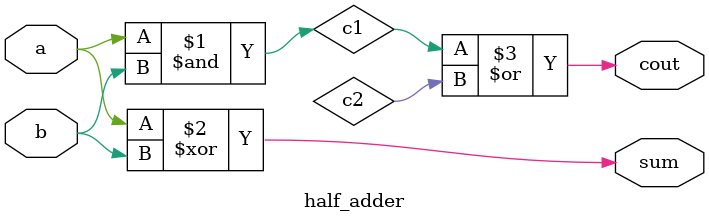
<source format=v>
module half_adder( 
input a, b,
output cout, sum );

wire c1, c2;

and g1( c1, a, b );
xor g2( sum, a, b );
or g3( cout, c1, c2 );

endmodule

</source>
